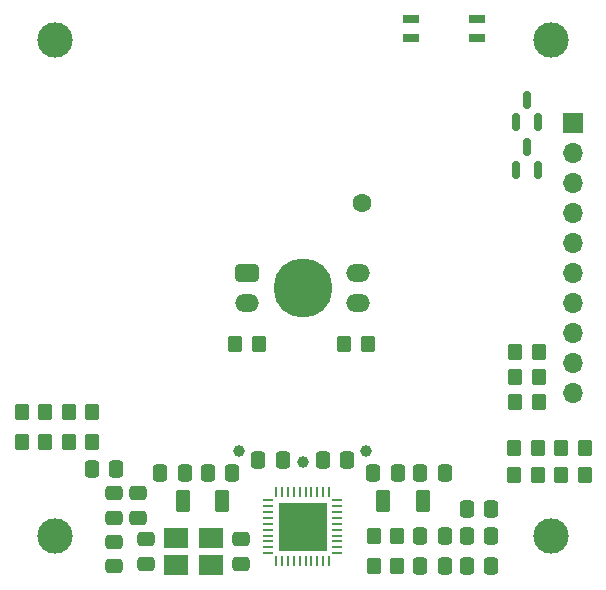
<source format=gbr>
%TF.GenerationSoftware,KiCad,Pcbnew,7.0.11+dfsg-1build4*%
%TF.CreationDate,2026-01-28T23:03:34-05:00*%
%TF.ProjectId,compact-nfc,636f6d70-6163-4742-9d6e-66632e6b6963,rev?*%
%TF.SameCoordinates,Original*%
%TF.FileFunction,Soldermask,Top*%
%TF.FilePolarity,Negative*%
%FSLAX46Y46*%
G04 Gerber Fmt 4.6, Leading zero omitted, Abs format (unit mm)*
G04 Created by KiCad (PCBNEW 7.0.11+dfsg-1build4) date 2026-01-28 23:03:34*
%MOMM*%
%LPD*%
G01*
G04 APERTURE LIST*
G04 Aperture macros list*
%AMRoundRect*
0 Rectangle with rounded corners*
0 $1 Rounding radius*
0 $2 $3 $4 $5 $6 $7 $8 $9 X,Y pos of 4 corners*
0 Add a 4 corners polygon primitive as box body*
4,1,4,$2,$3,$4,$5,$6,$7,$8,$9,$2,$3,0*
0 Add four circle primitives for the rounded corners*
1,1,$1+$1,$2,$3*
1,1,$1+$1,$4,$5*
1,1,$1+$1,$6,$7*
1,1,$1+$1,$8,$9*
0 Add four rect primitives between the rounded corners*
20,1,$1+$1,$2,$3,$4,$5,0*
20,1,$1+$1,$4,$5,$6,$7,0*
20,1,$1+$1,$6,$7,$8,$9,0*
20,1,$1+$1,$8,$9,$2,$3,0*%
G04 Aperture macros list end*
%ADD10R,1.400000X0.800000*%
%ADD11RoundRect,0.250000X0.350000X0.450000X-0.350000X0.450000X-0.350000X-0.450000X0.350000X-0.450000X0*%
%ADD12RoundRect,0.250000X0.337500X0.475000X-0.337500X0.475000X-0.337500X-0.475000X0.337500X-0.475000X0*%
%ADD13RoundRect,0.250000X-0.350000X-0.450000X0.350000X-0.450000X0.350000X0.450000X-0.350000X0.450000X0*%
%ADD14R,2.100000X1.800000*%
%ADD15RoundRect,0.250000X-0.337500X-0.475000X0.337500X-0.475000X0.337500X0.475000X-0.337500X0.475000X0*%
%ADD16C,3.000000*%
%ADD17RoundRect,0.250000X0.475000X-0.337500X0.475000X0.337500X-0.475000X0.337500X-0.475000X-0.337500X0*%
%ADD18C,1.000000*%
%ADD19R,1.700000X1.700000*%
%ADD20O,1.700000X1.700000*%
%ADD21RoundRect,0.250000X0.362500X0.700000X-0.362500X0.700000X-0.362500X-0.700000X0.362500X-0.700000X0*%
%ADD22RoundRect,0.062500X-0.062500X0.375000X-0.062500X-0.375000X0.062500X-0.375000X0.062500X0.375000X0*%
%ADD23RoundRect,0.062500X-0.375000X0.062500X-0.375000X-0.062500X0.375000X-0.062500X0.375000X0.062500X0*%
%ADD24R,4.100000X4.100000*%
%ADD25C,5.000000*%
%ADD26RoundRect,0.250000X-0.475000X0.337500X-0.475000X-0.337500X0.475000X-0.337500X0.475000X0.337500X0*%
%ADD27RoundRect,0.250000X-0.362500X-0.700000X0.362500X-0.700000X0.362500X0.700000X-0.362500X0.700000X0*%
%ADD28C,1.600000*%
%ADD29RoundRect,0.340500X0.659500X-0.409500X0.659500X0.409500X-0.659500X0.409500X-0.659500X-0.409500X0*%
%ADD30O,2.000000X1.500000*%
%ADD31RoundRect,0.150000X0.150000X-0.587500X0.150000X0.587500X-0.150000X0.587500X-0.150000X-0.587500X0*%
G04 APERTURE END LIST*
D10*
%TO.C,D1*%
X134200000Y-103800000D03*
X139800000Y-103800000D03*
X134200000Y-102200000D03*
X139800000Y-102200000D03*
%TD*%
D11*
%TO.C,R7*%
X103200000Y-135500000D03*
X101200000Y-135500000D03*
%TD*%
D12*
%TO.C,C5*%
X115037500Y-140650000D03*
X112962500Y-140650000D03*
%TD*%
D11*
%TO.C,R2*%
X133000000Y-148500000D03*
X131000000Y-148500000D03*
%TD*%
%TO.C,R8*%
X103200000Y-138000000D03*
X101200000Y-138000000D03*
%TD*%
D13*
%TO.C,R4*%
X146900000Y-140800000D03*
X148900000Y-140800000D03*
%TD*%
D11*
%TO.C,R11*%
X121300000Y-129700000D03*
X119300000Y-129700000D03*
%TD*%
D14*
%TO.C,Y1*%
X114300000Y-148450000D03*
X117200000Y-148450000D03*
X117200000Y-146150000D03*
X114300000Y-146150000D03*
%TD*%
D15*
%TO.C,C1*%
X121222500Y-139500000D03*
X123297500Y-139500000D03*
%TD*%
%TO.C,C2*%
X126702500Y-139500000D03*
X128777500Y-139500000D03*
%TD*%
D12*
%TO.C,C4*%
X133037500Y-140650000D03*
X130962500Y-140650000D03*
%TD*%
D16*
%TO.C,MH3*%
X146000000Y-146000000D03*
%TD*%
D11*
%TO.C,R6*%
X107200000Y-138000000D03*
X105200000Y-138000000D03*
%TD*%
D17*
%TO.C,C13*%
X109000000Y-144437500D03*
X109000000Y-142362500D03*
%TD*%
D18*
%TO.C,L_pcb1*%
X119600000Y-138750000D03*
X125000000Y-139700000D03*
X130400000Y-138750000D03*
%TD*%
D15*
%TO.C,C12*%
X138912500Y-143700000D03*
X140987500Y-143700000D03*
%TD*%
D16*
%TO.C,MH2*%
X104000000Y-146000000D03*
%TD*%
D19*
%TO.C,J1*%
X147900000Y-111000000D03*
D20*
X147900000Y-113540000D03*
X147900000Y-116080000D03*
X147900000Y-118620000D03*
X147900000Y-121160000D03*
X147900000Y-123700000D03*
X147900000Y-126240000D03*
X147900000Y-128780000D03*
X147900000Y-131320000D03*
X147900000Y-133860000D03*
%TD*%
D11*
%TO.C,R13*%
X145000000Y-130400000D03*
X143000000Y-130400000D03*
%TD*%
D13*
%TO.C,R9*%
X142900000Y-138500000D03*
X144900000Y-138500000D03*
%TD*%
D21*
%TO.C,L1*%
X118162500Y-143000000D03*
X114837500Y-143000000D03*
%TD*%
D22*
%TO.C,U2*%
X127250000Y-142240000D03*
X126750000Y-142240000D03*
X126250000Y-142240000D03*
X125750000Y-142240000D03*
X125250000Y-142240000D03*
X124750000Y-142240000D03*
X124250000Y-142240000D03*
X123750000Y-142240000D03*
X123250000Y-142240000D03*
X122750000Y-142240000D03*
D23*
X122062500Y-142927500D03*
X122062500Y-143427500D03*
X122062500Y-143927500D03*
X122062500Y-144427500D03*
X122062500Y-144927500D03*
X122062500Y-145427500D03*
X122062500Y-145927500D03*
X122062500Y-146427500D03*
X122062500Y-146927500D03*
X122062500Y-147427500D03*
D22*
X122750000Y-148115000D03*
X123250000Y-148115000D03*
X123750000Y-148115000D03*
X124250000Y-148115000D03*
X124750000Y-148115000D03*
X125250000Y-148115000D03*
X125750000Y-148115000D03*
X126250000Y-148115000D03*
X126750000Y-148115000D03*
X127250000Y-148115000D03*
D23*
X127937500Y-147427500D03*
X127937500Y-146927500D03*
X127937500Y-146427500D03*
X127937500Y-145927500D03*
X127937500Y-145427500D03*
X127937500Y-144927500D03*
X127937500Y-144427500D03*
X127937500Y-143927500D03*
X127937500Y-143427500D03*
X127937500Y-142927500D03*
D24*
X125000000Y-145177500D03*
%TD*%
D17*
%TO.C,C17*%
X119800000Y-148337500D03*
X119800000Y-146262500D03*
%TD*%
D12*
%TO.C,C6*%
X137037500Y-140650000D03*
X134962500Y-140650000D03*
%TD*%
%TO.C,C14*%
X140987500Y-146000000D03*
X138912500Y-146000000D03*
%TD*%
D25*
%TO.C,REF\u002A\u002A*%
X125000000Y-125000000D03*
%TD*%
D26*
%TO.C,C16*%
X111700000Y-146262500D03*
X111700000Y-148337500D03*
%TD*%
D15*
%TO.C,C3*%
X116962500Y-140650000D03*
X119037500Y-140650000D03*
%TD*%
D11*
%TO.C,R15*%
X145000000Y-134620000D03*
X143000000Y-134620000D03*
%TD*%
D15*
%TO.C,C9*%
X107145000Y-140300000D03*
X109220000Y-140300000D03*
%TD*%
D27*
%TO.C,L2*%
X131837500Y-143000000D03*
X135162500Y-143000000D03*
%TD*%
D13*
%TO.C,R10*%
X146900000Y-138500000D03*
X148900000Y-138500000D03*
%TD*%
D28*
%TO.C,U1*%
X130045000Y-117770000D03*
D29*
X120270000Y-123700000D03*
D30*
X120270000Y-126240000D03*
X129720000Y-126240000D03*
X129720000Y-123700000D03*
%TD*%
D15*
%TO.C,C8*%
X134962500Y-148500000D03*
X137037500Y-148500000D03*
%TD*%
D16*
%TO.C,MH4*%
X146000000Y-104000000D03*
%TD*%
D11*
%TO.C,R5*%
X107200000Y-135500000D03*
X105200000Y-135500000D03*
%TD*%
D12*
%TO.C,C7*%
X137037500Y-146000000D03*
X134962500Y-146000000D03*
%TD*%
D17*
%TO.C,C10*%
X111050000Y-144437500D03*
X111050000Y-142362500D03*
%TD*%
D13*
%TO.C,R1*%
X131000000Y-146000000D03*
X133000000Y-146000000D03*
%TD*%
D31*
%TO.C,Q1*%
X143050000Y-110937500D03*
X144950000Y-110937500D03*
X144000000Y-109062500D03*
%TD*%
D17*
%TO.C,C11*%
X109000000Y-148537500D03*
X109000000Y-146462500D03*
%TD*%
D31*
%TO.C,Q2*%
X143050000Y-114937500D03*
X144950000Y-114937500D03*
X144000000Y-113062500D03*
%TD*%
D11*
%TO.C,R14*%
X145000000Y-132500000D03*
X143000000Y-132500000D03*
%TD*%
D13*
%TO.C,R12*%
X128500000Y-129700000D03*
X130500000Y-129700000D03*
%TD*%
D16*
%TO.C,MH1*%
X104000000Y-104000000D03*
%TD*%
D13*
%TO.C,R3*%
X142900000Y-140800000D03*
X144900000Y-140800000D03*
%TD*%
D12*
%TO.C,C15*%
X140987500Y-148500000D03*
X138912500Y-148500000D03*
%TD*%
M02*

</source>
